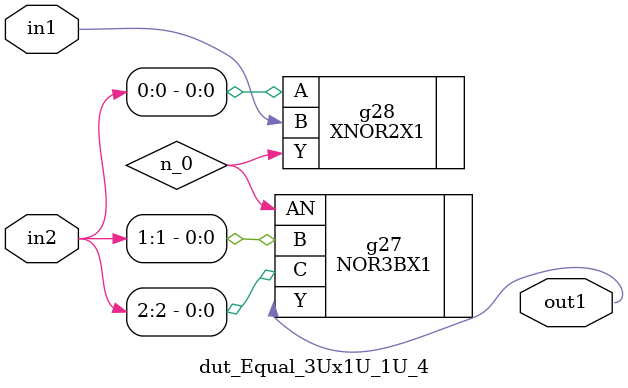
<source format=v>
`timescale 1ps / 1ps


module dut_Equal_3Ux1U_1U_4(in2, in1, out1);
  input [2:0] in2;
  input in1;
  output out1;
  wire [2:0] in2;
  wire in1;
  wire out1;
  wire n_0;
  NOR3BX1 g27(.AN (n_0), .B (in2[1]), .C (in2[2]), .Y (out1));
  XNOR2X1 g28(.A (in2[0]), .B (in1), .Y (n_0));
endmodule



</source>
